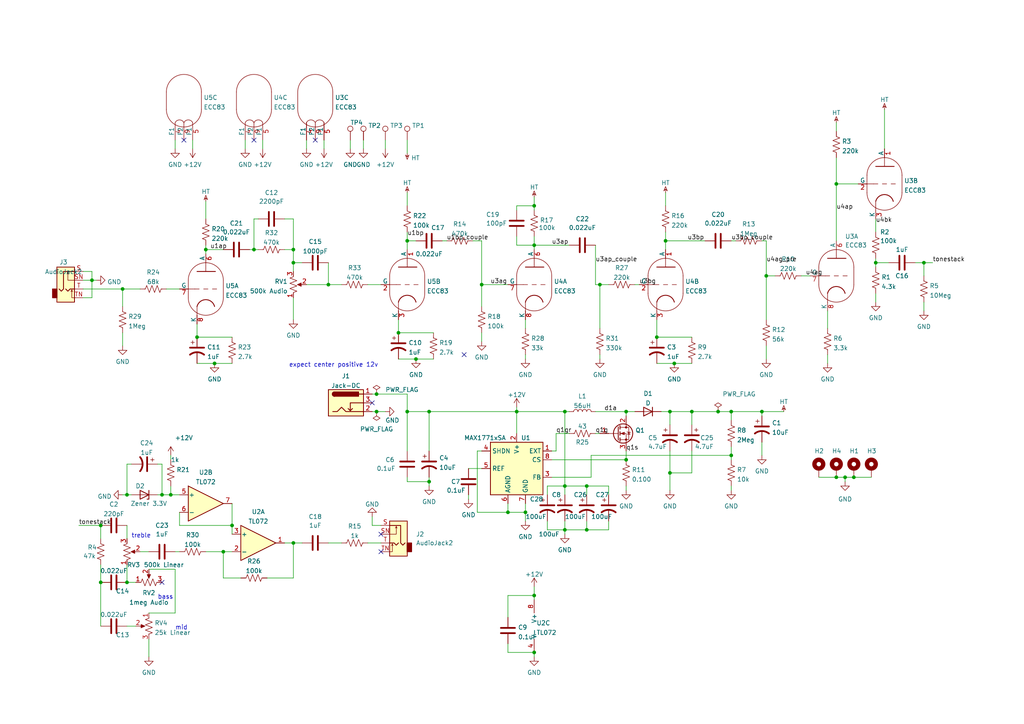
<source format=kicad_sch>
(kicad_sch (version 20211123) (generator eeschema)
  (paper "A4")
  (junction (at 36.83 143.51))
  (junction (at 115.57 96.52))
  (junction (at 208.28 119.38))
  (junction (at 154.94 172.72))
  (junction (at 154.94 71.12))
  (junction (at 95.25 82.55))
  (junction (at 170.18 140.97))
  (junction (at 254 76.2))
  (junction (at 29.21 168.91))
  (junction (at 163.83 119.38))
  (junction (at 212.09 132.08))
  (junction (at 163.83 153.67))
  (junction (at 173.99 82.55))
  (junction (at 85.09 157.48))
  (junction (at 49.53 143.51))
  (junction (at 222.25 80.01))
  (junction (at 67.31 152.4))
  (junction (at 190.5 97.79))
  (junction (at 57.15 97.79))
  (junction (at 35.56 83.82))
  (junction (at 118.11 69.85))
  (junction (at 26.67 81.28))
  (junction (at 181.61 119.38))
  (junction (at 181.61 133.35))
  (junction (at 109.22 114.3))
  (junction (at 193.04 69.85))
  (junction (at 118.11 119.38))
  (junction (at 109.22 119.38))
  (junction (at 194.31 119.38))
  (junction (at 245.11 138.43))
  (junction (at 85.09 76.2))
  (junction (at 36.83 168.91))
  (junction (at 149.86 119.38))
  (junction (at 200.66 119.38))
  (junction (at 85.09 72.39))
  (junction (at 147.32 148.59))
  (junction (at 242.57 53.34))
  (junction (at 124.46 119.38))
  (junction (at 29.21 152.4))
  (junction (at 267.97 76.2))
  (junction (at 195.58 105.41))
  (junction (at 64.77 160.02))
  (junction (at 59.69 72.39))
  (junction (at 163.83 140.97))
  (junction (at 62.23 105.41))
  (junction (at 120.65 104.14))
  (junction (at 212.09 119.38))
  (junction (at 194.31 137.16))
  (junction (at 154.94 59.69))
  (junction (at 152.4 148.59))
  (junction (at 247.65 138.43))
  (junction (at 220.98 119.38))
  (junction (at 154.94 189.23))
  (junction (at 170.18 153.67))
  (junction (at 73.66 72.39))
  (junction (at 139.7 82.55))
  (junction (at 46.99 143.51))
  (junction (at 124.46 139.7))
  (junction (at 242.57 138.43))
  (no_connect (at 46.99 168.91))
  (no_connect (at 73.66 40.64))
  (no_connect (at 53.34 40.64))
  (no_connect (at 91.44 40.64))
  (no_connect (at 107.95 116.84))
  (no_connect (at 134.62 102.87))
  (no_connect (at 110.49 160.02))
  (no_connect (at 110.49 154.94))
  (wire (pts (xy 45.72 143.51) (xy 46.99 143.51)))
  (wire (pts (xy 118.11 114.3) (xy 118.11 119.38)))
  (wire (pts (xy 254 74.93) (xy 254 76.2)))
  (wire (pts (xy 212.09 132.08) (xy 212.09 133.35)))
  (wire (pts (xy 73.66 63.5) (xy 74.93 63.5)))
  (wire (pts (xy 101.6 40.64) (xy 101.6 43.18)))
  (wire (pts (xy 163.83 153.67) (xy 163.83 154.94)))
  (wire (pts (xy 24.13 83.82) (xy 35.56 83.82)))
  (wire (pts (xy 73.66 72.39) (xy 74.93 72.39)))
  (wire (pts (xy 85.09 167.64) (xy 85.09 157.48)))
  (wire (pts (xy 52.07 152.4) (xy 67.31 152.4)))
  (wire (pts (xy 147.32 148.59) (xy 152.4 148.59)))
  (wire (pts (xy 135.89 143.51) (xy 135.89 144.78)))
  (wire (pts (xy 163.83 119.38) (xy 165.1 119.38)))
  (wire (pts (xy 171.45 138.43) (xy 160.02 138.43)))
  (wire (pts (xy 172.72 119.38) (xy 181.61 119.38)))
  (wire (pts (xy 26.67 78.74) (xy 26.67 81.28)))
  (wire (pts (xy 222.25 80.01) (xy 224.79 80.01)))
  (wire (pts (xy 267.97 87.63) (xy 267.97 90.17)))
  (wire (pts (xy 118.11 139.7) (xy 124.46 139.7)))
  (wire (pts (xy 59.69 72.39) (xy 64.77 72.39)))
  (wire (pts (xy 85.09 157.48) (xy 87.63 157.48)))
  (wire (pts (xy 176.53 153.67) (xy 170.18 153.67)))
  (wire (pts (xy 85.09 76.2) (xy 85.09 78.74)))
  (wire (pts (xy 254 63.5) (xy 254 67.31)))
  (wire (pts (xy 120.65 104.14) (xy 125.73 104.14)))
  (wire (pts (xy 36.83 134.62) (xy 36.83 143.51)))
  (wire (pts (xy 95.25 157.48) (xy 99.06 157.48)))
  (wire (pts (xy 147.32 146.05) (xy 147.32 148.59)))
  (wire (pts (xy 138.43 148.59) (xy 147.32 148.59)))
  (wire (pts (xy 193.04 55.88) (xy 193.04 59.69)))
  (wire (pts (xy 118.11 67.31) (xy 118.11 69.85)))
  (wire (pts (xy 194.31 119.38) (xy 194.31 123.19)))
  (wire (pts (xy 124.46 139.7) (xy 124.46 140.97)))
  (wire (pts (xy 220.98 119.38) (xy 220.98 120.65)))
  (wire (pts (xy 158.75 143.51) (xy 158.75 140.97)))
  (wire (pts (xy 95.25 82.55) (xy 99.06 82.55)))
  (wire (pts (xy 59.69 63.5) (xy 59.69 58.42)))
  (wire (pts (xy 139.7 69.85) (xy 139.7 82.55)))
  (wire (pts (xy 48.26 83.82) (xy 52.07 83.82)))
  (wire (pts (xy 176.53 151.13) (xy 176.53 153.67)))
  (wire (pts (xy 57.15 105.41) (xy 62.23 105.41)))
  (wire (pts (xy 181.61 119.38) (xy 181.61 120.65)))
  (wire (pts (xy 85.09 76.2) (xy 87.63 76.2)))
  (wire (pts (xy 62.23 105.41) (xy 67.31 105.41)))
  (wire (pts (xy 36.83 143.51) (xy 38.1 143.51)))
  (wire (pts (xy 194.31 119.38) (xy 200.66 119.38)))
  (wire (pts (xy 115.57 92.71) (xy 115.57 96.52)))
  (wire (pts (xy 46.99 143.51) (xy 49.53 143.51)))
  (wire (pts (xy 152.4 92.71) (xy 152.4 95.25)))
  (wire (pts (xy 40.64 160.02) (xy 43.18 160.02)))
  (wire (pts (xy 52.07 148.59) (xy 52.07 152.4)))
  (wire (pts (xy 124.46 138.43) (xy 124.46 139.7)))
  (wire (pts (xy 76.2 40.64) (xy 76.2 43.18)))
  (wire (pts (xy 135.89 135.89) (xy 139.7 135.89)))
  (wire (pts (xy 154.94 60.96) (xy 154.94 59.69)))
  (wire (pts (xy 115.57 104.14) (xy 120.65 104.14)))
  (wire (pts (xy 77.47 167.64) (xy 85.09 167.64)))
  (wire (pts (xy 254 76.2) (xy 257.81 76.2)))
  (wire (pts (xy 152.4 148.59) (xy 152.4 146.05)))
  (wire (pts (xy 107.95 114.3) (xy 109.22 114.3)))
  (wire (pts (xy 154.94 170.18) (xy 154.94 172.72)))
  (wire (pts (xy 267.97 76.2) (xy 267.97 80.01)))
  (wire (pts (xy 147.32 172.72) (xy 154.94 172.72)))
  (wire (pts (xy 72.39 72.39) (xy 73.66 72.39)))
  (wire (pts (xy 242.57 35.56) (xy 242.57 38.1)))
  (wire (pts (xy 160.02 133.35) (xy 181.61 133.35)))
  (wire (pts (xy 36.83 163.83) (xy 36.83 168.91)))
  (wire (pts (xy 163.83 153.67) (xy 170.18 153.67)))
  (wire (pts (xy 107.95 119.38) (xy 109.22 119.38)))
  (wire (pts (xy 71.12 40.64) (xy 71.12 43.18)))
  (wire (pts (xy 118.11 69.85) (xy 120.65 69.85)))
  (wire (pts (xy 118.11 130.81) (xy 118.11 119.38)))
  (wire (pts (xy 254 76.2) (xy 254 77.47)))
  (wire (pts (xy 149.86 71.12) (xy 154.94 71.12)))
  (wire (pts (xy 190.5 92.71) (xy 190.5 97.79)))
  (wire (pts (xy 124.46 119.38) (xy 149.86 119.38)))
  (wire (pts (xy 57.15 93.98) (xy 57.15 97.79)))
  (wire (pts (xy 147.32 179.07) (xy 147.32 172.72)))
  (wire (pts (xy 212.09 69.85) (xy 213.36 69.85)))
  (wire (pts (xy 88.9 82.55) (xy 95.25 82.55)))
  (wire (pts (xy 147.32 189.23) (xy 154.94 189.23)))
  (wire (pts (xy 158.75 140.97) (xy 163.83 140.97)))
  (wire (pts (xy 242.57 53.34) (xy 242.57 69.85)))
  (wire (pts (xy 24.13 78.74) (xy 26.67 78.74)))
  (wire (pts (xy 172.72 82.55) (xy 173.99 82.55)))
  (wire (pts (xy 59.69 71.12) (xy 59.69 72.39)))
  (wire (pts (xy 128.27 69.85) (xy 129.54 69.85)))
  (wire (pts (xy 82.55 72.39) (xy 85.09 72.39)))
  (wire (pts (xy 93.98 40.64) (xy 93.98 43.18)))
  (wire (pts (xy 163.83 140.97) (xy 170.18 140.97)))
  (wire (pts (xy 163.83 140.97) (xy 163.83 143.51)))
  (wire (pts (xy 245.11 138.43) (xy 247.65 138.43)))
  (wire (pts (xy 237.49 138.43) (xy 242.57 138.43)))
  (wire (pts (xy 212.09 132.08) (xy 171.45 132.08)))
  (wire (pts (xy 247.65 138.43) (xy 252.73 138.43)))
  (wire (pts (xy 115.57 96.52) (xy 125.73 96.52)))
  (wire (pts (xy 240.03 105.41) (xy 240.03 102.87)))
  (wire (pts (xy 109.22 114.3) (xy 118.11 114.3)))
  (wire (pts (xy 26.67 81.28) (xy 27.94 81.28)))
  (wire (pts (xy 193.04 69.85) (xy 193.04 72.39)))
  (wire (pts (xy 139.7 82.55) (xy 147.32 82.55)))
  (wire (pts (xy 105.41 40.64) (xy 105.41 43.18)))
  (wire (pts (xy 64.77 160.02) (xy 64.77 167.64)))
  (wire (pts (xy 220.98 128.27) (xy 220.98 132.08)))
  (wire (pts (xy 36.83 181.61) (xy 39.37 181.61)))
  (wire (pts (xy 85.09 157.48) (xy 82.55 157.48)))
  (wire (pts (xy 35.56 88.9) (xy 35.56 83.82)))
  (wire (pts (xy 242.57 138.43) (xy 245.11 138.43)))
  (wire (pts (xy 181.61 140.97) (xy 181.61 142.24)))
  (wire (pts (xy 265.43 76.2) (xy 267.97 76.2)))
  (wire (pts (xy 193.04 69.85) (xy 204.47 69.85)))
  (wire (pts (xy 173.99 82.55) (xy 173.99 95.25)))
  (wire (pts (xy 267.97 76.2) (xy 270.51 76.2)))
  (wire (pts (xy 154.94 71.12) (xy 165.1 71.12)))
  (wire (pts (xy 24.13 81.28) (xy 26.67 81.28)))
  (wire (pts (xy 172.72 125.73) (xy 173.99 125.73)))
  (wire (pts (xy 242.57 45.72) (xy 242.57 53.34)))
  (wire (pts (xy 194.31 137.16) (xy 200.66 137.16)))
  (wire (pts (xy 222.25 80.01) (xy 222.25 92.71)))
  (wire (pts (xy 222.25 69.85) (xy 222.25 80.01)))
  (wire (pts (xy 161.29 125.73) (xy 161.29 130.81)))
  (wire (pts (xy 200.66 119.38) (xy 208.28 119.38)))
  (wire (pts (xy 67.31 146.05) (xy 67.31 152.4)))
  (wire (pts (xy 154.94 189.23) (xy 154.94 190.5)))
  (wire (pts (xy 45.72 134.62) (xy 46.99 134.62)))
  (wire (pts (xy 107.95 152.4) (xy 110.49 152.4)))
  (wire (pts (xy 43.18 165.1) (xy 50.8 165.1)))
  (wire (pts (xy 139.7 82.55) (xy 139.7 88.9)))
  (wire (pts (xy 149.86 118.11) (xy 149.86 119.38)))
  (wire (pts (xy 46.99 134.62) (xy 46.99 143.51)))
  (wire (pts (xy 43.18 185.42) (xy 43.18 190.5)))
  (wire (pts (xy 95.25 76.2) (xy 95.25 82.55)))
  (wire (pts (xy 170.18 151.13) (xy 170.18 153.67)))
  (wire (pts (xy 212.09 140.97) (xy 212.09 142.24)))
  (wire (pts (xy 149.86 119.38) (xy 149.86 125.73)))
  (wire (pts (xy 111.76 40.64) (xy 111.76 43.18)))
  (wire (pts (xy 172.72 71.12) (xy 172.72 82.55)))
  (wire (pts (xy 50.8 165.1) (xy 50.8 177.8)))
  (wire (pts (xy 50.8 160.02) (xy 52.07 160.02)))
  (wire (pts (xy 190.5 97.79) (xy 200.66 97.79)))
  (wire (pts (xy 67.31 152.4) (xy 67.31 154.94)))
  (wire (pts (xy 242.57 53.34) (xy 248.92 53.34)))
  (wire (pts (xy 106.68 157.48) (xy 110.49 157.48)))
  (wire (pts (xy 73.66 72.39) (xy 73.66 63.5)))
  (wire (pts (xy 49.53 143.51) (xy 52.07 143.51)))
  (wire (pts (xy 190.5 105.41) (xy 195.58 105.41)))
  (wire (pts (xy 154.94 172.72) (xy 154.94 173.99)))
  (wire (pts (xy 220.98 69.85) (xy 222.25 69.85)))
  (wire (pts (xy 149.86 59.69) (xy 154.94 59.69)))
  (wire (pts (xy 147.32 186.69) (xy 147.32 189.23)))
  (wire (pts (xy 35.56 96.52) (xy 35.56 100.33)))
  (wire (pts (xy 50.8 177.8) (xy 43.18 177.8)))
  (wire (pts (xy 158.75 153.67) (xy 163.83 153.67)))
  (wire (pts (xy 232.41 80.01) (xy 234.95 80.01)))
  (wire (pts (xy 181.61 130.81) (xy 181.61 133.35)))
  (wire (pts (xy 191.77 119.38) (xy 194.31 119.38)))
  (wire (pts (xy 193.04 67.31) (xy 193.04 69.85)))
  (wire (pts (xy 138.43 130.81) (xy 138.43 148.59)))
  (wire (pts (xy 194.31 137.16) (xy 194.31 142.24)))
  (wire (pts (xy 55.88 40.64) (xy 55.88 43.18)))
  (wire (pts (xy 118.11 69.85) (xy 118.11 72.39)))
  (wire (pts (xy 173.99 82.55) (xy 176.53 82.55)))
  (wire (pts (xy 152.4 102.87) (xy 152.4 104.14)))
  (wire (pts (xy 107.95 149.86) (xy 107.95 152.4)))
  (wire (pts (xy 245.11 138.43) (xy 245.11 139.7)))
  (wire (pts (xy 64.77 167.64) (xy 69.85 167.64)))
  (wire (pts (xy 163.83 119.38) (xy 163.83 140.97)))
  (wire (pts (xy 36.83 152.4) (xy 36.83 156.21)))
  (wire (pts (xy 222.25 100.33) (xy 222.25 104.14)))
  (wire (pts (xy 212.09 119.38) (xy 220.98 119.38)))
  (wire (pts (xy 118.11 59.69) (xy 118.11 55.88)))
  (wire (pts (xy 29.21 168.91) (xy 29.21 181.61)))
  (wire (pts (xy 49.53 140.97) (xy 49.53 143.51)))
  (wire (pts (xy 85.09 72.39) (xy 85.09 76.2)))
  (wire (pts (xy 85.09 86.36) (xy 85.09 92.71)))
  (wire (pts (xy 88.9 40.64) (xy 88.9 43.18)))
  (wire (pts (xy 24.13 86.36) (xy 26.67 86.36)))
  (wire (pts (xy 158.75 151.13) (xy 158.75 153.67)))
  (wire (pts (xy 254 85.09) (xy 254 87.63)))
  (wire (pts (xy 149.86 119.38) (xy 163.83 119.38)))
  (wire (pts (xy 59.69 72.39) (xy 59.69 73.66)))
  (wire (pts (xy 154.94 59.69) (xy 154.94 57.15)))
  (wire (pts (xy 109.22 119.38) (xy 111.76 119.38)))
  (wire (pts (xy 139.7 130.81) (xy 138.43 130.81)))
  (wire (pts (xy 106.68 82.55) (xy 110.49 82.55)))
  (wire (pts (xy 118.11 138.43) (xy 118.11 139.7)))
  (wire (pts (xy 208.28 119.38) (xy 212.09 119.38)))
  (wire (pts (xy 22.86 152.4) (xy 29.21 152.4)))
  (wire (pts (xy 124.46 130.81) (xy 124.46 119.38)))
  (wire (pts (xy 173.99 102.87) (xy 173.99 104.14)))
  (wire (pts (xy 163.83 151.13) (xy 163.83 153.67)))
  (wire (pts (xy 38.1 134.62) (xy 36.83 134.62)))
  (wire (pts (xy 212.09 119.38) (xy 212.09 121.92)))
  (wire (pts (xy 154.94 71.12) (xy 154.94 72.39)))
  (wire (pts (xy 170.18 140.97) (xy 170.18 143.51)))
  (wire (pts (xy 170.18 140.97) (xy 176.53 140.97)))
  (wire (pts (xy 29.21 163.83) (xy 29.21 168.91)))
  (wire (pts (xy 181.61 119.38) (xy 184.15 119.38)))
  (wire (pts (xy 149.86 60.96) (xy 149.86 59.69)))
  (wire (pts (xy 118.11 119.38) (xy 124.46 119.38)))
  (wire (pts (xy 152.4 148.59) (xy 152.4 151.13)))
  (wire (pts (xy 85.09 63.5) (xy 85.09 72.39)))
  (wire (pts (xy 200.66 119.38) (xy 200.66 123.19)))
  (wire (pts (xy 64.77 160.02) (xy 67.31 160.02)))
  (wire (pts (xy 195.58 105.41) (xy 200.66 105.41)))
  (wire (pts (xy 29.21 152.4) (xy 29.21 156.21)))
  (wire (pts (xy 240.03 90.17) (xy 240.03 95.25)))
  (wire (pts (xy 171.45 132.08) (xy 171.45 138.43)))
  (wire (pts (xy 50.8 40.64) (xy 50.8 43.18)))
  (wire (pts (xy 35.56 83.82) (xy 40.64 83.82)))
  (wire (pts (xy 184.15 82.55) (xy 185.42 82.55)))
  (wire (pts (xy 59.69 160.02) (xy 64.77 160.02)))
  (wire (pts (xy 154.94 68.58) (xy 154.94 71.12)))
  (wire (pts (xy 26.67 86.36) (xy 26.67 81.28)))
  (wire (pts (xy 149.86 68.58) (xy 149.86 71.12)))
  (wire (pts (xy 161.29 130.81) (xy 160.02 130.81)))
  (wire (pts (xy 118.11 40.64) (xy 118.11 44.45)))
  (wire (pts (xy 57.15 97.79) (xy 67.31 97.79)))
  (wire (pts (xy 82.55 63.5) (xy 85.09 63.5)))
  (wire (pts (xy 256.54 31.75) (xy 256.54 43.18)))
  (wire (pts (xy 36.83 168.91) (xy 39.37 168.91)))
  (wire (pts (xy 139.7 69.85) (xy 137.16 69.85)))
  (wire (pts (xy 35.56 143.51) (xy 36.83 143.51)))
  (wire (pts (xy 165.1 125.73) (xy 161.29 125.73)))
  (wire (pts (xy 212.09 129.54) (xy 212.09 132.08)))
  (wire (pts (xy 194.31 130.81) (xy 194.31 137.16)))
  (wire (pts (xy 176.53 140.97) (xy 176.53 143.51)))
  (wire (pts (xy 220.98 119.38) (xy 227.33 119.38)))
  (wire (pts (xy 200.66 130.81) (xy 200.66 137.16)))
  (wire (pts (xy 49.53 133.35) (xy 49.53 132.08)))
  (wire (pts (xy 139.7 96.52) (xy 139.7 99.06)))
  (text "treble" (at 38.1 156.21 0) (effects (font (size 1.27 1.27)) (justify left bottom)))
  (text "expect center positive 12v" (at 83.82 106.68 0) (effects (font (size 1.27 1.27)) (justify left bottom)))
  (text "mid\n" (at 50.8 182.88 0) (effects (font (size 1.27 1.27)) (justify left bottom)))
  (text "bass\n" (at 45.72 173.99 0) (effects (font (size 1.27 1.27)) (justify left bottom)))
  (label "u3ap_couple" (at 172.72 76.2 0))
  (label "tonestack" (at 270.51 76.2 0))
  (label "u3bp_couple" (at 212.09 69.85 0))
  (label "u1bp" (at 118.11 68.58 0))
  (label "u1bp_couple" (at 129.54 69.85 0))
  (label "d1a" (at 175.26 119.38 0))
  (label "u4bk" (at 254 64.77 0))
  (label "u1ap" (at 60.96 72.39 0))
  (label "q1g" (at 172.72 125.73 0))
  (label "u3ap" (at 160.02 71.12 0))
  (label "tonestack" (at 22.86 152.4 0))
  (label "u4ap" (at 242.57 60.96 0))
  (label "q1gr" (at 161.29 125.73 0))
  (label "u3bp" (at 199.39 69.85 0))
  (label "u4ag" (at 233.68 80.01 0))
  (label "u3ag" (at 142.24 82.55 0))
  (label "u3bg" (at 185.42 82.55 0))
  (label "u4ag_pre" (at 222.25 76.2 0))
  (label "q1s" (at 181.61 130.81 0))
  (symbol (lib_id "Device:C") (at 124.46 69.85 90) (unit 1)
    (property "Reference" "C17" (at 127 66.04 90))
    (property "Value" "0.022uF" (at 124.46 73.66 90))
    (property "Footprint" "Capacitor_THT:C_Rect_L13.0mm_W4.0mm_P10.00mm_FKS3_FKP3_MKS4" (effects hide))
  )
  (symbol (lib_id "Device:R_US") (at 212.09 125.73 0) (unit 1)
    (property "Reference" "R8" (at 213.741 124.8215 0) (effects (justify left)))
    (property "Value" "2Meg" (at 213.741 127.5966 0) (effects (justify left)))
    (property "Footprint" "Resistor_SMD:R_2512_6332Metric" (effects hide))
  )
  (symbol (lib_id "Valve:ECC83") (at 242.57 80.01 0) (unit 1)
    (property "Reference" "U3" (at 245.11 68.58 0) (effects (justify left)))
    (property "Value" "ECC83" (at 245.11 71.12 0) (effects (justify left)))
    (property "Footprint" "lv_amp:12ax7" (effects hide))
    (property "Datasheet" "http://www.r-type.org/pdfs/ecc83.pdf" (effects hide))
    (property "Source" "https://www.tubesandmore.com/products/socket-9-pin-ceramic-pc-mount-bottom-or-pc-mount" (effects hide))
  )
  (symbol (lib_id "power:GND") (at 240.03 105.41 0) (unit 1)
    (property "Reference" "#PWR041" (effects hide))
    (property "Value" "GND" (at 240.03 109.9725 0))
  )
  (symbol (lib_id "power:+12V") (at 111.76 43.18 180) (unit 1)
    (property "Reference" "#PWR016" (effects hide))
    (property "Value" "+12V" (at 111.76 47.7425 0))
  )
  (symbol (lib_id "Device:C_Polarized_US") (at 176.53 147.32 0) (unit 1)
    (property "Reference" "C27" (at 172.72 143.51 0) (effects (justify left)))
    (property "Value" "100uF" (at 171.45 149.86 0) (effects (justify left)))
    (property "Footprint" "Capacitor_Tantalum_SMD:CP_EIA-7343-43_Kemet-X" (effects hide))
  )
  (symbol (lib_id "power:GND") (at 27.94 81.28 90) (unit 1)
    (property "Reference" "#PWR01" (effects hide))
    (property "Value" "GND" (at 31.115 81.759 90) (effects (justify right)))
  )
  (symbol (lib_id "Device:R_US") (at 29.21 160.02 180) (unit 1)
    (property "Reference" "R4" (at 25.4 158.75 0) (effects (justify right)))
    (property "Value" "47k" (at 24.13 161.29 0) (effects (justify right)))
    (property "Footprint" "Resistor_SMD:R_0603_1608Metric" (effects hide))
  )
  (symbol (lib_id "power:GND") (at 107.95 149.86 180) (unit 1)
    (property "Reference" "#PWR017" (effects hide))
    (property "Value" "GND" (at 107.95 146.2555 0))
  )
  (symbol (lib_id "power:+12V") (at 76.2 43.18 180) (unit 1)
    (property "Reference" "#PWR011" (effects hide))
    (property "Value" "+12V" (at 76.2 47.7425 0))
  )
  (symbol (lib_id "Device:R_US") (at 180.34 82.55 90) (unit 1)
    (property "Reference" "R27" (at 180.34 77.6945 90))
    (property "Value" "220k" (at 180.34 80.4696 90))
    (property "Footprint" "Resistor_SMD:R_1210_3225Metric" (effects hide))
  )
  (symbol (lib_id "power:HT") (at 227.33 119.38 0) (unit 1)
    (property "Reference" "#PWR039" (effects hide))
    (property "Value" "HT" (at 227.33 116.5375 0))
  )
  (symbol (lib_id "power:GND") (at 124.46 140.97 0) (unit 1)
    (property "Reference" "#PWR022" (effects hide))
    (property "Value" "GND" (at 124.46 145.5325 0))
  )
  (symbol (lib_id "Device:C_Polarized_US") (at 41.91 134.62 270) (unit 1)
    (property "Reference" "C24" (at 42.545 128.4945 90))
    (property "Value" "1uF" (at 42.545 131.2696 90))
    (property "Footprint" "Capacitor_SMD:CP_Elec_4x5.4" (effects hide))
  )
  (symbol (lib_id "power:PWR_FLAG") (at 109.22 119.38 180) (unit 1)
    (property "Reference" "#FLG0101" (effects hide))
    (property "Value" "PWR_FLAG" (at 109.22 124.46 0))
  )
  (symbol (lib_id "power:GND") (at 35.56 100.33 0) (unit 1)
    (property "Reference" "#PWR02" (effects hide))
    (property "Value" "GND" (at 35.56 104.8925 0))
  )
  (symbol (lib_id "Device:C") (at 208.28 69.85 90) (unit 1)
    (property "Reference" "C20" (at 208.28 62.23 90))
    (property "Value" "0.022uF" (at 208.28 64.77 90))
    (property "Footprint" "Capacitor_THT:C_Rect_L13.0mm_W4.0mm_P10.00mm_FKS3_FKP3_MKS4" (effects hide))
  )
  (symbol (lib_id "Device:R_US") (at 254 71.12 0) (unit 1)
    (property "Reference" "R2" (at 255.27 67.31 0) (effects (justify left)))
    (property "Value" "100k" (at 255.27 69.85 0) (effects (justify left)))
    (property "Footprint" "Resistor_SMD:R_2512_6332Metric" (effects hide))
  )
  (symbol (lib_id "Amplifier_Operational:TL072") (at 59.69 146.05 0) (unit 2)
    (property "Reference" "U2" (at 59.69 137.0035 0))
    (property "Value" "TL072" (at 59.69 139.7786 0))
    (property "Footprint" "Package_SO:SO-8_3.9x4.9mm_P1.27mm" (effects hide))
    (property "Datasheet" "http://www.ti.com/lit/ds/symlink/tl071.pdf" (effects hide))
  )
  (symbol (lib_id "Device:C_Polarized_US") (at 170.18 147.32 0) (unit 1)
    (property "Reference" "C26" (at 166.37 143.51 0) (effects (justify left)))
    (property "Value" "100uF" (at 163.83 149.86 0) (effects (justify left)))
    (property "Footprint" "Capacitor_Tantalum_SMD:CP_EIA-7343-43_Kemet-X" (effects hide))
  )
  (symbol (lib_id "Device:R_US") (at 154.94 64.77 0) (unit 1)
    (property "Reference" "R17" (at 156.591 63.8615 0) (effects (justify left)))
    (property "Value" "100k" (at 156.21 66.04 0) (effects (justify left)))
    (property "Footprint" "Resistor_SMD:R_2512_6332Metric" (effects hide))
  )
  (symbol (lib_id "Device:C_Polarized_US") (at 220.98 124.46 0) (unit 1)
    (property "Reference" "C1" (at 223.901 122.6625 0) (effects (justify left)))
    (property "Value" "10uF" (at 223.901 125.4376 0) (effects (justify left)))
    (property "Footprint" "Capacitor_SMD:CP_Elec_16x17.5" (effects hide))
  )
  (symbol (lib_id "Device:R_US") (at 44.45 83.82 270) (unit 1)
    (property "Reference" "R24" (at 44.45 78.9645 90))
    (property "Value" "68k" (at 44.45 81.7396 90))
    (property "Footprint" "Resistor_SMD:R_0603_1608Metric" (effects hide))
  )
  (symbol (lib_id "Connector:TestPoint") (at 101.6 40.64 0) (unit 1)
    (property "Reference" "TP4" (at 101.6 35.56 0) (effects (justify left)))
    (property "Value" "TestPoint" (effects hide))
    (property "Footprint" "TestPoint:TestPoint_THTPad_2.0x2.0mm_Drill1.0mm" (effects hide))
  )
  (symbol (lib_id "Device:C_Polarized_US") (at 194.31 127 0) (unit 1)
    (property "Reference" "C5" (at 187.96 127 0) (effects (justify left)))
    (property "Value" "4.7uF" (at 187.96 129.54 0) (effects (justify left)))
    (property "Footprint" "Capacitor_SMD:CP_Elec_10x10" (effects hide))
  )
  (symbol (lib_id "power:GND") (at 163.83 154.94 0) (unit 1)
    (property "Reference" "#PWR031" (effects hide))
    (property "Value" "GND" (at 163.83 159.5025 0))
  )
  (symbol (lib_id "Mechanical:MountingHole_Pad") (at 247.65 135.89 0) (unit 1)
    (property "Reference" "H1" (at 246.38 130.81 0) (effects (justify left)))
    (property "Value" "MountingHole_Pad" (effects hide))
    (property "Footprint" "MountingHole:MountingHole_3.2mm_M3" (effects hide))
  )
  (symbol (lib_id "Device:L") (at 168.91 119.38 90) (unit 1)
    (property "Reference" "L1" (at 168.91 114.9055 90))
    (property "Value" "56uH" (at 168.91 117.6806 90))
    (property "Footprint" "lv_amp:pm2110" (effects hide))
    (property "Datasheet" "https://www.mouser.com/datasheet/2/54/PM2110_series-777721.pdf" (effects hide))
  )
  (symbol (lib_id "Device:C") (at 261.62 76.2 90) (unit 1)
    (property "Reference" "C16" (at 261.62 80.01 90))
    (property "Value" "1uF" (at 261.62 72.39 90))
    (property "Footprint" "Capacitor_THT:C_Rect_L18.0mm_W7.0mm_P15.00mm_FKS3_FKP3" (effects hide))
  )
  (symbol (lib_id "Device:C_Polarized_US") (at 158.75 147.32 0) (unit 1)
    (property "Reference" "C28" (at 153.67 144.78 0) (effects (justify left)))
    (property "Value" "100uF" (at 152.4 149.86 0) (effects (justify left)))
    (property "Footprint" "Capacitor_Tantalum_SMD:CP_EIA-7343-43_Kemet-X" (effects hide))
  )
  (symbol (lib_id "Device:C") (at 68.58 72.39 90) (unit 1)
    (property "Reference" "C21" (at 68.58 64.77 90))
    (property "Value" "0.022uF" (at 68.58 67.31 90))
    (property "Footprint" "Capacitor_THT:C_Rect_L13.0mm_W4.0mm_P10.00mm_FKS3_FKP3_MKS4" (effects hide))
  )
  (symbol (lib_id "Device:R_US") (at 267.97 83.82 180) (unit 1)
    (property "Reference" "R5" (at 269.621 82.9115 0) (effects (justify right)))
    (property "Value" "10Meg" (at 269.621 85.6866 0) (effects (justify right)))
    (property "Footprint" "Resistor_SMD:R_0603_1608Metric" (effects hide))
  )
  (symbol (lib_id "power:GND") (at 50.8 43.18 0) (unit 1)
    (property "Reference" "#PWR06" (effects hide))
    (property "Value" "GND" (at 50.8 47.7425 0))
  )
  (symbol (lib_id "Device:D") (at 187.96 119.38 180) (unit 1)
    (property "Reference" "D1" (at 187.96 114.1435 0))
    (property "Value" "D" (at 187.96 116.9186 0))
    (property "Footprint" "Package_TO_SOT_SMD:TO-263-2_TabPin1" (effects hide))
  )
  (symbol (lib_id "power:GND") (at 71.12 43.18 0) (unit 1)
    (property "Reference" "#PWR010" (effects hide))
    (property "Value" "GND" (at 71.12 47.7425 0))
  )
  (symbol (lib_id "Valve:ECC83") (at 118.11 82.55 0) (unit 2)
    (property "Reference" "U5" (at 123.825 81.6415 0) (effects (justify left)))
    (property "Value" "ECC83" (at 123.825 84.4166 0) (effects (justify left)))
    (property "Footprint" "lv_amp:12ax7" (effects hide))
    (property "Datasheet" "http://www.r-type.org/pdfs/ecc83.pdf" (effects hide))
  )
  (symbol (lib_id "power:+12V") (at 149.86 118.11 0) (unit 1)
    (property "Reference" "#PWR025" (effects hide))
    (property "Value" "+12V" (at 149.86 114.5055 0))
  )
  (symbol (lib_id "Device:R_US") (at 78.74 72.39 90) (unit 1)
    (property "Reference" "R32" (at 78.74 67.5345 90))
    (property "Value" "470k" (at 78.74 70.3096 90))
    (property "Footprint" "Resistor_SMD:R_1206_3216Metric" (effects hide))
  )
  (symbol (lib_id "Device:R_US") (at 73.66 167.64 270) (unit 1)
    (property "Reference" "R26" (at 73.66 162.7845 90))
    (property "Value" "100k" (at 73.66 165.5596 90))
    (property "Footprint" "Resistor_SMD:R_0603_1608Metric" (effects hide))
  )
  (symbol (lib_id "power:HT") (at 242.57 35.56 0) (unit 1)
    (property "Reference" "#PWR042" (effects hide))
    (property "Value" "HT" (at 242.57 32.7175 0))
  )
  (symbol (lib_id "Device:R_Potentiometer_US") (at 85.09 82.55 0) (mirror x) (unit 1)
    (property "Reference" "RV1" (at 83.439 81.6415 0) (effects (justify right)))
    (property "Value" "500k Audio" (at 83.439 84.4166 0) (effects (justify right)))
    (property "Footprint" "Potentiometer_THT:Potentiometer_Piher_T-16H_Single_Horizontal" (effects hide))
    (property "Source" "https://www.tubesandmore.com/products/potentiometer-alpha-audio-solid-shaft-pc-lead-16mm" (effects hide))
  )
  (symbol (lib_id "power:HT") (at 193.04 55.88 0) (unit 1)
    (property "Reference" "#PWR034" (effects hide))
    (property "Value" "HT" (at 193.04 53.0375 0))
  )
  (symbol (lib_id "power:GND") (at 152.4 104.14 0) (unit 1)
    (property "Reference" "#PWR026" (effects hide))
    (property "Value" "GND" (at 152.4 108.7025 0))
  )
  (symbol (lib_id "Valve:ECC83") (at 91.44 29.21 0) (unit 3)
    (property "Reference" "U3" (at 97.155 28.3015 0) (effects (justify left)))
    (property "Value" "ECC83" (at 97.155 31.0766 0) (effects (justify left)))
    (property "Footprint" "lv_amp:12ax7" (effects hide))
    (property "Datasheet" "http://www.r-type.org/pdfs/ecc83.pdf" (effects hide))
  )
  (symbol (lib_id "Device:R_Potentiometer_US") (at 43.18 168.91 90) (unit 1)
    (property "Reference" "RV2" (at 43.18 171.9485 90))
    (property "Value" "1meg Audio" (at 43.18 174.7236 90))
    (property "Footprint" "Potentiometer_THT:Potentiometer_Piher_T-16H_Single_Horizontal" (effects hide))
    (property "source" "https://www.tubesandmore.com/products/potentiometer-alpha-audio-solid-shaft-pc-lead-16mm" (effects hide))
  )
  (symbol (lib_id "power:GND") (at 173.99 104.14 0) (unit 1)
    (property "Reference" "#PWR032" (effects hide))
    (property "Value" "GND" (at 173.99 108.7025 0))
  )
  (symbol (lib_id "Device:C") (at 78.74 63.5 90) (unit 1)
    (property "Reference" "C12" (at 78.74 55.88 90))
    (property "Value" "2200pF" (at 78.74 58.42 90))
    (property "Footprint" "Capacitor_SMD:C_0805_2012Metric" (effects hide))
  )
  (symbol (lib_id "Device:R_US") (at 242.57 41.91 0) (unit 1)
    (property "Reference" "R3" (at 244.221 41.0015 0) (effects (justify left)))
    (property "Value" "220k" (at 244.221 43.7766 0) (effects (justify left)))
    (property "Footprint" "Resistor_SMD:R_1210_3225Metric" (effects hide))
  )
  (symbol (lib_id "power:GND") (at 222.25 104.14 0) (unit 1)
    (property "Reference" "#PWR040" (effects hide))
    (property "Value" "GND" (at 222.25 108.7025 0))
  )
  (symbol (lib_id "power:+12V") (at 93.98 43.18 180) (unit 1)
    (property "Reference" "#PWR014" (effects hide))
    (property "Value" "+12V" (at 93.98 47.7425 0))
  )
  (symbol (lib_id "power:GND") (at 220.98 132.08 0) (unit 1)
    (property "Reference" "#PWR038" (effects hide))
    (property "Value" "GND" (at 220.98 136.6425 0))
  )
  (symbol (lib_id "power:GND") (at 35.56 143.51 270) (unit 1)
    (property "Reference" "#PWR03" (effects hide))
    (property "Value" "GND" (at 32.3851 143.989 90) (effects (justify right)))
  )
  (symbol (lib_id "Device:R_US") (at 152.4 99.06 180) (unit 1)
    (property "Reference" "R28" (at 154.051 98.1515 0) (effects (justify right)))
    (property "Value" "33k" (at 154.051 100.9266 0) (effects (justify right)))
    (property "Footprint" "Resistor_SMD:R_0805_2012Metric" (effects hide))
  )
  (symbol (lib_id "Device:R_US") (at 254 81.28 0) (unit 1)
    (property "Reference" "R1" (at 255.651 80.3715 0) (effects (justify left)))
    (property "Value" "4.3k" (at 255.651 83.1466 0) (effects (justify left)))
    (property "Footprint" "Resistor_SMD:R_0603_1608Metric" (effects hide))
  )
  (symbol (lib_id "Device:R_US") (at 59.69 67.31 0) (unit 1)
    (property "Reference" "R20" (at 61.341 66.4015 0) (effects (justify left)))
    (property "Value" "220k" (at 61.341 69.1766 0) (effects (justify left)))
    (property "Footprint" "Resistor_SMD:R_1210_3225Metric" (effects hide))
  )
  (symbol (lib_id "Device:R_US") (at 200.66 101.6 0) (unit 1)
    (property "Reference" "R9" (at 202.311 100.6915 0) (effects (justify left)))
    (property "Value" "2.7k" (at 202.311 103.4666 0) (effects (justify left)))
    (property "Footprint" "Resistor_SMD:R_1206_3216Metric" (effects hide))
  )
  (symbol (lib_id "power:HT") (at 118.11 44.45 180) (unit 1)
    (property "Reference" "#PWR019" (effects hide))
    (property "Value" "HT" (at 119.253 45.818 0) (effects (justify right)))
  )
  (symbol (lib_id "Device:R_US") (at 181.61 137.16 0) (unit 1)
    (property "Reference" "R11" (at 183.261 136.2515 0) (effects (justify left)))
    (property "Value" "0.100" (at 183.261 139.0266 0) (effects (justify left)))
    (property "Footprint" "Resistor_SMD:R_2512_6332Metric" (effects hide))
  )
  (symbol (lib_id "Device:R_US") (at 55.88 160.02 270) (unit 1)
    (property "Reference" "R30" (at 55.88 155.1645 90))
    (property "Value" "100k" (at 55.88 157.9396 90))
    (property "Footprint" "Resistor_SMD:R_0603_1608Metric" (effects hide))
  )
  (symbol (lib_id "power:+12V") (at 154.94 170.18 0) (unit 1)
    (property "Reference" "#PWR029" (effects hide))
    (property "Value" "+12V" (at 154.94 166.5755 0))
  )
  (symbol (lib_id "Connector:TestPoint") (at 105.41 40.64 0) (unit 1)
    (property "Reference" "TP2" (at 106.807 36.4295 0) (effects (justify left)))
    (property "Value" "TestPoint" (effects hide))
    (property "Footprint" "TestPoint:TestPoint_THTPad_2.0x2.0mm_Drill1.0mm" (effects hide))
  )
  (symbol (lib_id "Device:C") (at 168.91 71.12 90) (unit 1)
    (property "Reference" "C22" (at 168.91 63.5 90))
    (property "Value" "0.022uF" (at 168.91 66.04 90))
    (property "Footprint" "Capacitor_THT:C_Rect_L13.0mm_W4.0mm_P10.00mm_FKS3_FKP3_MKS4" (effects hide))
  )
  (symbol (lib_id "power:GND") (at 62.23 105.41 0) (unit 1)
    (property "Reference" "#PWR09" (effects hide))
    (property "Value" "GND" (at 62.23 109.9725 0))
  )
  (symbol (lib_id "Device:Q_NMOS_GDS") (at 179.07 125.73 0) (unit 1)
    (property "Reference" "Q1" (at 184.277 124.8215 0) (effects (justify left)))
    (property "Value" "Q_NMOS_DGS" (effects hide))
    (property "Footprint" "Package_TO_SOT_SMD:TO-263-2" (effects hide))
    (property "Datasheet" "https://www.mouser.com/datasheet/2/196/Infineon-IPB60R125C6-DS-v02_03-EN-94893.pdf" (effects hide))
  )
  (symbol (lib_id "Device:R_US") (at 102.87 157.48 270) (unit 1)
    (property "Reference" "R15" (at 102.87 152.6245 90))
    (property "Value" "1k" (at 102.87 155.3996 90))
    (property "Footprint" "Resistor_SMD:R_0603_1608Metric" (effects hide))
  )
  (symbol (lib_id "power:GND") (at 267.97 90.17 0) (unit 1)
    (property "Reference" "#PWR045" (effects hide))
    (property "Value" "GND" (at 267.97 94.7325 0))
  )
  (symbol (lib_id "Device:C_Polarized_US") (at 124.46 134.62 0) (unit 1)
    (property "Reference" "C4" (at 127.381 132.8225 0) (effects (justify left)))
    (property "Value" "10uF" (at 127.381 135.5976 0) (effects (justify left)))
    (property "Footprint" "Capacitor_Tantalum_SMD:CP_EIA-6032-28_Kemet-C" (effects hide))
  )
  (symbol (lib_id "Regulator_Switching:MAX1771xSA") (at 149.86 135.89 0) (unit 1)
    (property "Reference" "U1" (at 151.13 127 0) (effects (justify left)))
    (property "Value" "MAX1771xSA" (at 134.62 127 0) (effects (justify left)))
    (property "Footprint" "Package_SO:SO-8_3.9x4.9mm_P1.27mm" (effects hide))
    (property "Datasheet" "https://datasheets.maximintegrated.com/en/ds/MAX1771.pdf" (effects hide))
  )
  (symbol (lib_id "power:GND") (at 195.58 105.41 0) (unit 1)
    (property "Reference" "#PWR036" (effects hide))
    (property "Value" "GND" (at 195.58 109.9725 0))
  )
  (symbol (lib_id "Device:R_US") (at 222.25 96.52 180) (unit 1)
    (property "Reference" "R12" (at 223.901 95.6115 0) (effects (justify right)))
    (property "Value" "56k" (at 223.901 98.3866 0) (effects (justify right)))
    (property "Footprint" "Resistor_SMD:R_2512_6332Metric" (effects hide))
  )
  (symbol (lib_id "Device:R_US") (at 139.7 92.71 180) (unit 1)
    (property "Reference" "R18" (at 141.351 91.8015 0) (effects (justify right)))
    (property "Value" "100k" (at 141.351 94.5766 0) (effects (justify right)))
    (property "Footprint" "Resistor_SMD:R_0603_1608Metric" (effects hide))
  )
  (symbol (lib_id "Device:C_Polarized_US") (at 190.5 101.6 0) (unit 1)
    (property "Reference" "C3" (at 193.421 100.6915 0) (effects (justify left)))
    (property "Value" "1uF" (at 193.421 103.4666 0) (effects (justify left)))
    (property "Footprint" "Capacitor_SMD:CP_Elec_4x5.4" (effects hide))
  )
  (symbol (lib_id "Amplifier_Operational:TL072") (at 74.93 157.48 0) (unit 1)
    (property "Reference" "U2" (at 74.93 148.4335 0))
    (property "Value" "TL072" (at 74.93 151.2086 0))
    (property "Footprint" "Package_SO:SO-8_3.9x4.9mm_P1.27mm" (effects hide))
    (property "Datasheet" "http://www.ti.com/lit/ds/symlink/tl071.pdf" (effects hide))
  )
  (symbol (lib_id "Device:R_US") (at 102.87 82.55 90) (unit 1)
    (property "Reference" "R33" (at 102.87 77.6945 90))
    (property "Value" "470k" (at 102.87 80.4696 90))
    (property "Footprint" "Resistor_SMD:R_1206_3216Metric" (effects hide))
  )
  (symbol (lib_id "power:GND") (at 135.89 144.78 0) (unit 1)
    (property "Reference" "#PWR023" (effects hide))
    (property "Value" "GND" (at 135.89 149.3425 0))
  )
  (symbol (lib_id "Mechanical:MountingHole_Pad") (at 237.49 135.89 0) (unit 1)
    (property "Reference" "H2" (at 236.22 130.81 0) (effects (justify left)))
    (property "Value" "MountingHole_Pad" (effects hide))
    (property "Footprint" "MountingHole:MountingHole_3.2mm_M3" (effects hide))
  )
  (symbol (lib_id "power:GND") (at 139.7 99.06 0) (unit 1)
    (property "Reference" "#PWR024" (effects hide))
    (property "Value" "GND" (at 139.7 103.6225 0))
  )
  (symbol (lib_id "Connector:Barrel_Jack_Switch") (at 100.33 116.84 0) (unit 1)
    (property "Reference" "J1" (at 100.33 109.0635 0))
    (property "Value" "Jack-DC" (at 100.33 111.8386 0))
    (property "Footprint" "lv_amp:Kobiconn 179PH" (effects hide))
  )
  (symbol (lib_id "power:+12V") (at 55.88 43.18 180) (unit 1)
    (property "Reference" "#PWR07" (effects hide))
    (property "Value" "+12V" (at 55.88 47.7425 0))
  )
  (symbol (lib_id "Device:R_US") (at 118.11 63.5 0) (unit 1)
    (property "Reference" "R22" (at 119.761 62.5915 0) (effects (justify left)))
    (property "Value" "100k" (at 119.761 65.3666 0) (effects (justify left)))
    (property "Footprint" "Resistor_SMD:R_2512_6332Metric" (effects hide))
  )
  (symbol (lib_id "Device:C_Polarized_US") (at 163.83 147.32 0) (unit 1)
    (property "Reference" "C8" (at 160.02 143.51 0) (effects (justify left)))
    (property "Value" "100uF" (at 156.21 154.94 0) (effects (justify left)))
    (property "Footprint" "Capacitor_Tantalum_SMD:CP_EIA-7343-43_Kemet-X" (effects hide))
  )
  (symbol (lib_id "power:GND") (at 101.6 43.18 0) (unit 1)
    (property "Reference" "#PWR0101" (effects hide))
    (property "Value" "GND" (at 101.6 47.7425 0))
  )
  (symbol (lib_id "power:+12V") (at 49.53 132.08 0) (unit 1)
    (property "Reference" "#PWR05" (effects hide))
    (property "Value" "+12V" (at 53.34 127 0))
  )
  (symbol (lib_id "Device:C") (at 91.44 157.48 90) (unit 1)
    (property "Reference" "C18" (at 91.44 149.86 90))
    (property "Value" "1uF" (at 91.44 152.4 90))
    (property "Footprint" "Capacitor_THT:C_Rect_L18.0mm_W7.0mm_P15.00mm_FKS3_FKP3" (effects hide))
  )
  (symbol (lib_id "Device:C") (at 135.89 139.7 0) (unit 1)
    (property "Reference" "C7" (at 130.81 139.7 0) (effects (justify left)))
    (property "Value" "0.1uF" (at 129.54 142.24 0) (effects (justify left)))
    (property "Footprint" "Capacitor_SMD:C_0805_2012Metric" (effects hide))
  )
  (symbol (lib_id "Device:C_Polarized_US") (at 57.15 101.6 0) (unit 1)
    (property "Reference" "C11" (at 60.071 100.6915 0) (effects (justify left)))
    (property "Value" "1uF" (at 60.071 103.4666 0) (effects (justify left)))
    (property "Footprint" "Capacitor_SMD:CP_Elec_4x5.4" (effects hide))
  )
  (symbol (lib_id "Device:R_US") (at 228.6 80.01 90) (unit 1)
    (property "Reference" "R10" (at 228.6 75.1545 90))
    (property "Value" "220k" (at 228.6 77.9296 90))
    (property "Footprint" "Resistor_SMD:R_1210_3225Metric" (effects hide))
  )
  (symbol (lib_id "Amplifier_Operational:TL072") (at 157.48 181.61 0) (unit 3)
    (property "Reference" "U2" (at 155.575 180.7015 0) (effects (justify left)))
    (property "Value" "TL072" (at 155.575 183.4766 0) (effects (justify left)))
    (property "Footprint" "Package_SO:SO-8_3.9x4.9mm_P1.27mm" (effects hide))
    (property "Datasheet" "http://www.ti.com/lit/ds/symlink/tl071.pdf" (effects hide))
  )
  (symbol (lib_id "Connector:TestPoint") (at 111.76 40.64 0) (unit 1)
    (property "Reference" "TP3" (at 113.157 36.4295 0) (effects (justify left)))
    (property "Value" "TestPoint" (effects hide))
    (property "Footprint" "TestPoint:TestPoint_THTPad_2.0x2.0mm_Drill1.0mm" (effects hide))
  )
  (symbol (lib_id "Device:R_US") (at 35.56 92.71 0) (unit 1)
    (property "Reference" "R29" (at 37.211 91.8015 0) (effects (justify left)))
    (property "Value" "1Meg" (at 37.211 94.5766 0) (effects (justify left)))
    (property "Footprint" "Resistor_SMD:R_0603_1608Metric" (effects hide))
  )
  (symbol (lib_id "Device:C") (at 91.44 76.2 90) (unit 1)
    (property "Reference" "C15" (at 91.44 70.0745 90))
    (property "Value" "1000pF" (at 91.44 72.8496 90))
    (property "Footprint" "Capacitor_SMD:C_0805_2012Metric" (effects hide))
  )
  (symbol (lib_id "Device:R_US") (at 212.09 137.16 0) (unit 1)
    (property "Reference" "R7" (at 213.741 136.2515 0) (effects (justify left)))
    (property "Value" "10k" (at 213.741 139.0266 0) (effects (justify left)))
    (property "Footprint" "Resistor_SMD:R_0603_1608Metric" (effects hide))
  )
  (symbol (lib_id "Mechanical:MountingHole_Pad") (at 252.73 135.89 0) (unit 1)
    (property "Reference" "H3" (at 251.46 130.81 0) (effects (justify left)))
    (property "Value" "MountingHole_Pad" (effects hide))
    (property "Footprint" "MountingHole:MountingHole_3.2mm_M3" (effects hide))
  )
  (symbol (lib_id "Device:R_US") (at 193.04 63.5 0) (unit 1)
    (property "Reference" "R16" (at 194.691 62.5915 0) (effects (justify left)))
    (property "Value" "220k" (at 194.691 65.3666 0) (effects (justify left)))
    (property "Footprint" "Resistor_SMD:R_1210_3225Metric" (effects hide))
  )
  (symbol (lib_id "Device:R_US") (at 168.91 125.73 90) (unit 1)
    (property "Reference" "R25" (at 168.91 128.27 90))
    (property "Value" "43" (at 168.91 123.6496 90))
    (property "Footprint" "Resistor_SMD:R_0603_1608Metric" (effects hide))
  )
  (symbol (lib_id "Device:C") (at 46.99 160.02 90) (unit 1)
    (property "Reference" "C23" (at 46.99 152.4 90))
    (property "Value" "1uF" (at 46.99 154.94 90))
    (property "Footprint" "Capacitor_THT:C_Rect_L18.0mm_W7.0mm_P15.00mm_FKS3_FKP3" (effects hide))
  )
  (symbol (lib_id "power:GND") (at 111.76 119.38 90) (unit 1)
    (property "Reference" "#PWR018" (effects hide))
    (property "Value" "GND" (at 111.76 121.92 90) (effects (justify right)))
  )
  (symbol (lib_id "Connector:AudioJack2_Switch") (at 115.57 157.48 0) (mirror y) (unit 1)
    (property "Reference" "J2" (at 120.65 154.9399 0) (effects (justify right)))
    (property "Value" "AudioJack2" (at 120.65 157.4799 0) (effects (justify right)))
    (property "Footprint" "Connector_Audio:Jack_6.35mm_Neutrik_NRJ4HF_Horizontal" (effects hide))
  )
  (symbol (lib_id "Device:R_US") (at 125.73 100.33 0) (unit 1)
    (property "Reference" "R19" (at 127.381 99.4215 0) (effects (justify left)))
    (property "Value" "2.7k" (at 127.381 102.1966 0) (effects (justify left)))
    (property "Footprint" "Resistor_SMD:R_1206_3216Metric" (effects hide))
  )
  (symbol (lib_id "power:GND") (at 254 87.63 0) (unit 1)
    (property "Reference" "#PWR043" (effects hide))
    (property "Value" "GND" (at 254 92.1925 0))
  )
  (symbol (lib_id "power:GND") (at 88.9 43.18 0) (unit 1)
    (property "Reference" "#PWR013" (effects hide))
    (property "Value" "GND" (at 88.9 47.7425 0))
  )
  (symbol (lib_id "power:GND") (at 154.94 190.5 0) (unit 1)
    (property "Reference" "#PWR030" (effects hide))
    (property "Value" "GND" (at 154.94 195.0625 0))
  )
  (symbol (lib_id "power:GND") (at 152.4 151.13 0) (unit 1)
    (property "Reference" "#PWR027" (effects hide))
    (property "Value" "GND" (at 152.4 155.6925 0))
  )
  (symbol (lib_id "Device:C") (at 118.11 134.62 0) (unit 1)
    (property "Reference" "C6" (at 111.76 133.35 0) (effects (justify left)))
    (property "Value" "0.1uF" (at 109.22 135.89 0) (effects (justify left)))
    (property "Footprint" "Capacitor_SMD:C_0805_2012Metric" (effects hide))
  )
  (symbol (lib_id "Device:R_US") (at 133.35 69.85 90) (unit 1)
    (property "Reference" "R14" (at 133.35 64.9945 90))
    (property "Value" "470k" (at 133.35 67.7696 90))
    (property "Footprint" "Resistor_SMD:R_1206_3216Metric" (effects hide))
  )
  (symbol (lib_id "Device:C") (at 147.32 182.88 0) (unit 1)
    (property "Reference" "C9" (at 150.241 181.9715 0) (effects (justify left)))
    (property "Value" "0.1uF" (at 150.241 184.7466 0) (effects (justify left)))
    (property "Footprint" "Capacitor_SMD:C_0805_2012Metric" (effects hide))
  )
  (symbol (lib_id "Device:R_US") (at 67.31 101.6 0) (unit 1)
    (property "Reference" "R23" (at 68.961 100.6915 0) (effects (justify left)))
    (property "Value" "2.7k" (at 68.961 103.4666 0) (effects (justify left)))
    (property "Footprint" "Resistor_SMD:R_1206_3216Metric" (effects hide))
  )
  (symbol (lib_id "power:GND") (at 212.09 142.24 0) (unit 1)
    (property "Reference" "#PWR037" (effects hide))
    (property "Value" "GND" (at 212.09 146.8025 0))
  )
  (symbol (lib_id "Device:C") (at 33.02 181.61 90) (unit 1)
    (property "Reference" "C13" (at 35.56 184.15 90))
    (property "Value" "0.022uF" (at 33.02 178.2596 90))
    (property "Footprint" "Capacitor_SMD:C_0805_2012Metric" (effects hide))
  )
  (symbol (lib_id "Device:R_Potentiometer_US") (at 43.18 181.61 0) (mirror y) (unit 1)
    (property "Reference" "RV4" (at 44.831 180.7015 0) (effects (justify right)))
    (property "Value" "25k Linear" (at 44.831 183.4766 0) (effects (justify right)))
    (property "Footprint" "Potentiometer_THT:Potentiometer_Piher_T-16H_Single_Horizontal" (effects hide))
    (property "Source" "https://www.tubesandmore.com/products/potentiometer-alpha-audio-solid-shaft-pc-lead-16mm" (effects hide))
  )
  (symbol (lib_id "power:GND") (at 43.18 190.5 0) (unit 1)
    (property "Reference" "#PWR04" (effects hide))
    (property "Value" "GND" (at 43.18 195.0625 0))
  )
  (symbol (lib_id "power:GND") (at 181.61 142.24 0) (unit 1)
    (property "Reference" "#PWR033" (effects hide))
    (property "Value" "GND" (at 181.61 146.8025 0))
  )
  (symbol (lib_id "Valve:ECC83") (at 73.66 29.21 0) (unit 3)
    (property "Reference" "U4" (at 79.375 28.3015 0) (effects (justify left)))
    (property "Value" "ECC83" (at 79.375 31.0766 0) (effects (justify left)))
    (property "Footprint" "lv_amp:12ax7" (effects hide))
    (property "Datasheet" "http://www.r-type.org/pdfs/ecc83.pdf" (effects hide))
  )
  (symbol (lib_id "Device:R_US") (at 240.03 99.06 0) (unit 1)
    (property "Reference" "R6" (at 241.681 98.1515 0) (effects (justify left)))
    (property "Value" "3.3k" (at 241.681 100.9266 0) (effects (justify left)))
    (property "Footprint" "Resistor_SMD:R_1206_3216Metric" (effects hide))
  )
  (symbol (lib_id "Device:C") (at 33.02 168.91 90) (unit 1)
    (property "Reference" "C14" (at 35.56 171.45 90))
    (property "Value" "0.022uF" (at 33.02 165.5596 90))
    (property "Footprint" "Capacitor_SMD:C_0805_2012Metric" (effects hide))
  )
  (symbol (lib_id "Device:R_US") (at 173.99 99.06 180) (unit 1)
    (property "Reference" "R31" (at 175.641 98.1515 0) (effects (justify right)))
    (property "Value" "330k" (at 175.641 100.9266 0) (effects (justify right)))
    (property "Footprint" "Resistor_SMD:R_1210_3225Metric" (effects hide))
  )
  (symbol (lib_id "power:HT") (at 118.11 55.88 0) (unit 1)
    (property "Reference" "#PWR020" (effects hide))
    (property "Value" "HT" (at 118.11 53.0375 0))
  )
  (symbol (lib_id "power:HT") (at 59.69 58.42 0) (unit 1)
    (property "Reference" "#PWR08" (effects hide))
    (property "Value" "HT" (at 59.69 55.5775 0))
  )
  (symbol (lib_id "Valve:ECC83") (at 193.04 82.55 0) (unit 2)
    (property "Reference" "U4" (at 198.755 81.6415 0) (effects (justify left)))
    (property "Value" "ECC83" (at 198.755 84.4166 0) (effects (justify left)))
    (property "Footprint" "lv_amp:12ax7" (effects hide))
    (property "Datasheet" "http://www.r-type.org/pdfs/ecc83.pdf" (effects hide))
  )
  (symbol (lib_id "power:GND") (at 105.41 43.18 0) (unit 1)
    (property "Reference" "#PWR015" (effects hide))
    (property "Value" "GND" (at 105.41 47.7425 0))
  )
  (symbol (lib_id "Mechanical:MountingHole_Pad") (at 242.57 135.89 0) (unit 1)
    (property "Reference" "H4" (at 241.3 130.81 0) (effects (justify left)))
    (property "Value" "MountingHole_Pad" (effects hide))
    (property "Footprint" "MountingHole:MountingHole_3.2mm_M3" (effects hide))
  )
  (symbol (lib_id "Valve:ECC83") (at 59.69 83.82 0) (unit 1)
    (property "Reference" "U5" (at 65.405 82.9115 0) (effects (justify left)))
    (property "Value" "ECC83" (at 65.405 85.6866 0) (effects (justify left)))
    (property "Footprint" "lv_amp:12ax7" (effects hide))
    (property "Datasheet" "http://www.r-type.org/pdfs/ecc83.pdf" (effects hide))
    (property "Source" "https://www.tubesandmore.com/products/socket-9-pin-ceramic-pc-mount-bottom-or-pc-mount" (effects hide))
  )
  (symbol (lib_id "Device:D_Zener") (at 41.91 143.51 180) (unit 1)
    (property "Reference" "D2" (at 40.64 140.97 0))
    (property "Value" "Zener 3.3V" (at 43.18 146.05 0))
    (property "Footprint" "Diode_SMD:D_SOT-23_ANK" (effects hide))
  )
  (symbol (lib_id "power:HT") (at 154.94 57.15 0) (unit 1)
    (property "Reference" "#PWR028" (effects hide))
    (property "Value" "HT" (at 154.94 54.3075 0))
  )
  (symbol (lib_id "Device:R_US") (at 49.53 137.16 0) (unit 1)
    (property "Reference" "R21" (at 51.181 136.2515 0) (effects (justify left)))
    (property "Value" "1k" (at 49.53 133.35 0) (effects (justify left)))
    (property "Footprint" "Resistor_SMD:R_0603_1608Metric" (effects hide))
  )
  (symbol (lib_id "Connector:TestPoint") (at 118.11 40.64 0) (unit 1)
    (property "Reference" "TP1" (at 119.507 36.4295 0) (effects (justify left)))
    (property "Value" "TestPoint" (effects hide))
    (property "Footprint" "TestPoint:TestPoint_THTPad_2.0x2.0mm_Drill1.0mm" (effects hide))
  )
  (symbol (lib_id "power:GND") (at 85.09 92.71 0) (unit 1)
    (property "Reference" "#PWR012" (effects hide))
    (property "Value" "GND" (at 85.09 97.2725 0))
  )
  (symbol (lib_id "Device:C_Polarized_US") (at 200.66 127 0) (mirror y) (unit 1)
    (property "Reference" "C25" (at 207.01 127 0) (effects (justify left)))
    (property "Value" "4.7uF" (at 207.01 129.54 0) (effects (justify left)))
    (property "Footprint" "Capacitor_SMD:CP_Elec_10x10" (effects hide))
  )
  (symbol (lib_id "power:PWR_FLAG") (at 109.22 114.3 0) (unit 1)
    (property "Reference" "#FLG0103" (effects hide))
    (property "Value" "PWR_FLAG" (at 111.76 113.0299 0) (effects (justify left)))
  )
  (symbol (lib_id "Device:R_Potentiometer_US") (at 36.83 160.02 0) (mirror x) (unit 1)
    (property "Reference" "RV3" (at 40.64 163.83 0) (effects (justify right)))
    (property "Value" "500k Linear" (at 53.34 163.83 0) (effects (justify right)))
    (property "Footprint" "Potentiometer_THT:Potentiometer_Piher_T-16H_Single_Horizontal" (effects hide))
    (property "Source" "https://www.tubesandmore.com/products/potentiometer-alpha-audio-solid-shaft-pc-lead-16mm" (effects hide))
  )
  (symbol (lib_id "Valve:ECC83") (at 53.34 29.21 0) (unit 3)
    (property "Reference" "U5" (at 59.055 28.3015 0) (effects (justify left)))
    (property "Value" "ECC83" (at 59.055 31.0766 0) (effects (justify left)))
    (property "Footprint" "lv_amp:12ax7" (effects hide))
    (property "Datasheet" "http://www.r-type.org/pdfs/ecc83.pdf" (effects hide))
  )
  (symbol (lib_id "Device:C") (at 33.02 152.4 90) (unit 1)
    (property "Reference" "C2" (at 33.02 146.2745 90))
    (property "Value" "220pF" (at 33.02 149.0496 90))
    (property "Footprint" "Capacitor_SMD:C_0603_1608Metric" (effects hide))
  )
  (symbol (lib_id "power:PWR_FLAG") (at 208.28 119.38 0) (unit 1)
    (property "Reference" "#FLG0102" (effects hide))
    (property "Value" "PWR_FLAG" (at 209.55 114.3 0) (effects (justify left)))
  )
  (symbol (lib_id "Connector:AudioJack2_Switch") (at 19.05 83.82 0) (unit 1)
    (property "Reference" "J3" (at 18.415 76.0435 0))
    (property "Value" "AudioJack2" (at 18.415 78.8186 0))
    (property "Footprint" "Connector_Audio:Jack_6.35mm_Neutrik_NRJ4HF_Horizontal" (effects hide))
  )
  (symbol (lib_id "power:GND") (at 245.11 139.7 0) (unit 1)
    (property "Reference" "#PWR0102" (effects hide))
    (property "Value" "GND" (at 245.11 144.78 0))
  )
  (symbol (lib_id "Device:C_Polarized_US") (at 115.57 100.33 0) (unit 1)
    (property "Reference" "C10" (at 118.491 99.4215 0) (effects (justify left)))
    (property "Value" "1uF" (at 118.491 102.1966 0) (effects (justify left)))
    (property "Footprint" "Capacitor_SMD:CP_Elec_4x5.4" (effects hide))
  )
  (symbol (lib_id "power:GND") (at 120.65 104.14 0) (unit 1)
    (property "Reference" "#PWR021" (effects hide))
    (property "Value" "GND" (at 120.65 108.7025 0))
  )
  (symbol (lib_id "Device:R_US") (at 217.17 69.85 90) (unit 1)
    (property "Reference" "R13" (at 217.17 64.9945 90))
    (property "Value" "1Meg" (at 217.17 67.7696 90))
    (property "Footprint" "Resistor_SMD:R_0603_1608Metric" (effects hide))
  )
  (symbol (lib_id "power:GND") (at 194.31 142.24 0) (unit 1)
    (property "Reference" "#PWR035" (effects hide))
    (property "Value" "GND" (at 194.31 146.8025 0))
  )
  (symbol (lib_id "power:HT") (at 256.54 31.75 0) (unit 1)
    (property "Reference" "#PWR044" (effects hide))
    (property "Value" "HT" (at 256.54 28.9075 0))
  )
  (symbol (lib_id "Device:C") (at 149.86 64.77 0) (unit 1)
    (property "Reference" "C19" (at 140.97 62.23 0) (effects (justify left)))
    (property "Value" "100pF" (at 140.97 64.77 0) (effects (justify left)))
    (property "Footprint" "Capacitor_THT:C_Rect_L18.0mm_W5.0mm_P15.00mm_FKS3_FKP3" (effects hide))
  )
  (symbol (lib_name "ECC83_1") (lib_id "Valve:ECC83") (at 256.54 53.34 0) (unit 2)
    (property "Reference" "U3" (at 262.255 52.4315 0) (effects (justify left)))
    (property "Value" "ECC83" (at 262.255 55.2066 0) (effects (justify left)))
    (property "Footprint" "lv_amp:12ax7" (effects hide))
    (property "Datasheet" "http://www.r-type.org/pdfs/ecc83.pdf" (effects hide))
  )
  (symbol (lib_id "Valve:ECC83") (at 154.94 82.55 0) (unit 1)
    (property "Reference" "U4" (at 160.655 81.6415 0) (effects (justify left)))
    (property "Value" "ECC83" (at 160.655 84.4166 0) (effects (justify left)))
    (property "Footprint" "lv_amp:12ax7" (effects hide))
    (property "Datasheet" "http://www.r-type.org/pdfs/ecc83.pdf" (effects hide))
    (property "Source" "https://www.tubesandmore.com/products/socket-9-pin-ceramic-pc-mount-bottom-or-pc-mount" (effects hide))
  )
)
</source>
